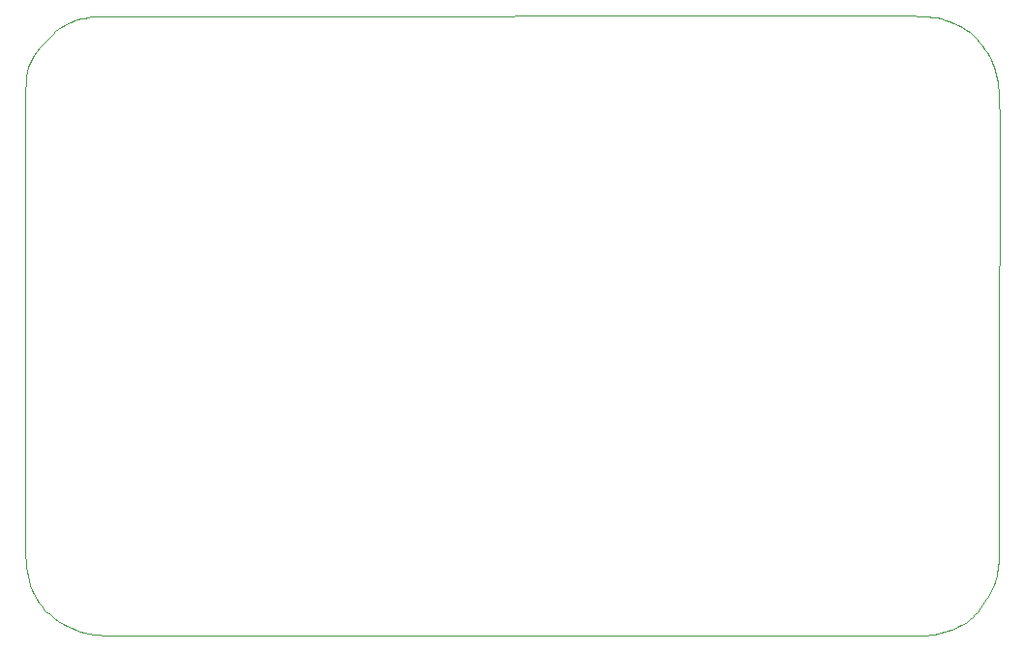
<source format=gbr>
%TF.GenerationSoftware,KiCad,Pcbnew,9.0.2*%
%TF.CreationDate,2025-06-28T19:08:21-05:00*%
%TF.ProjectId,pioneer,70696f6e-6565-4722-9e6b-696361645f70,rev?*%
%TF.SameCoordinates,Original*%
%TF.FileFunction,Profile,NP*%
%FSLAX46Y46*%
G04 Gerber Fmt 4.6, Leading zero omitted, Abs format (unit mm)*
G04 Created by KiCad (PCBNEW 9.0.2) date 2025-06-28 19:08:21*
%MOMM*%
%LPD*%
G01*
G04 APERTURE LIST*
%TA.AperFunction,Profile*%
%ADD10C,0.100000*%
%TD*%
G04 APERTURE END LIST*
D10*
X108892218Y-91826466D02*
X109333530Y-91826387D01*
X109774842Y-91824698D01*
X110614039Y-91830499D01*
X111024835Y-91843947D01*
X111429780Y-91866904D01*
X111828885Y-91901229D01*
X112222164Y-91948781D01*
X112609629Y-92011419D01*
X112991292Y-92091001D01*
X113367166Y-92189385D01*
X113737263Y-92308432D01*
X114101597Y-92449998D01*
X114460178Y-92615943D01*
X114813021Y-92808126D01*
X115160138Y-93028404D01*
X115501540Y-93278638D01*
X115837241Y-93560684D01*
X116110108Y-93852229D01*
X116362039Y-94144268D01*
X116593643Y-94437679D01*
X116805531Y-94733342D01*
X116998315Y-95032133D01*
X117172604Y-95334931D01*
X117329010Y-95642614D01*
X117468142Y-95956060D01*
X117590612Y-96276147D01*
X117697031Y-96603752D01*
X117788008Y-96939754D01*
X117864155Y-97285032D01*
X117926081Y-97640462D01*
X117974399Y-98006922D01*
X118009718Y-98385292D01*
X118032649Y-98776448D01*
X118051923Y-99220012D01*
X118092352Y-100581761D01*
X118110948Y-101943545D01*
X118112283Y-104667899D01*
X118110822Y-105842518D01*
X118103238Y-109328410D01*
X118099202Y-110977599D01*
X118084086Y-116467909D01*
X118079511Y-117883065D01*
X118078363Y-118238245D01*
X118066395Y-123952529D01*
X118052079Y-129841047D01*
X118044938Y-133138782D01*
X118035658Y-136234869D01*
X118034141Y-136801808D01*
X118034223Y-137368751D01*
X118032793Y-138144271D01*
X118027900Y-138919778D01*
X118031135Y-139369495D01*
X118020525Y-139673654D01*
X117996848Y-139970739D01*
X117960366Y-140261185D01*
X117911342Y-140545426D01*
X117850039Y-140823897D01*
X117776721Y-141097032D01*
X117691650Y-141365265D01*
X117595088Y-141629030D01*
X117487299Y-141888762D01*
X117368546Y-142144895D01*
X117239090Y-142397863D01*
X117099197Y-142648101D01*
X116949127Y-142896042D01*
X116789144Y-143142122D01*
X116619511Y-143386773D01*
X116440491Y-143630432D01*
X116159484Y-144012178D01*
X115943826Y-144245776D01*
X115716854Y-144462287D01*
X115479306Y-144662326D01*
X115231922Y-144846506D01*
X114975442Y-145015443D01*
X114710605Y-145169750D01*
X114438150Y-145310044D01*
X114158817Y-145436937D01*
X113873346Y-145551045D01*
X113582477Y-145652982D01*
X113286948Y-145743363D01*
X112987500Y-145822803D01*
X112684871Y-145891915D01*
X112379802Y-145951314D01*
X112073033Y-146001616D01*
X111765302Y-146043434D01*
X111447911Y-146052423D01*
X111131255Y-146058829D01*
X110814623Y-146062493D01*
X110497300Y-146063255D01*
X110120750Y-146064195D01*
X108871675Y-146064612D01*
X107967047Y-146065969D01*
X105481064Y-146067565D01*
X102800000Y-146070000D01*
X96632417Y-146073727D01*
X93583940Y-146075188D01*
X83146333Y-146079263D01*
X82491428Y-146079363D01*
X81834957Y-146079459D01*
X80517993Y-146079663D01*
X80188166Y-146079711D01*
X69598100Y-146086173D01*
X58398371Y-146092136D01*
X57168841Y-146092231D01*
X56863045Y-146092253D01*
X52294413Y-146095875D01*
X47097823Y-146097728D01*
X44446366Y-146099398D01*
X42018653Y-146099307D01*
X41579773Y-146099447D01*
X41140895Y-146100794D01*
X40664600Y-146097952D01*
X40202685Y-146084352D01*
X39754125Y-146058483D01*
X39317898Y-146018833D01*
X38892979Y-145963890D01*
X38478345Y-145892144D01*
X38072972Y-145802082D01*
X37675836Y-145692193D01*
X37285913Y-145560965D01*
X36902180Y-145406888D01*
X36523613Y-145228448D01*
X36149188Y-145024135D01*
X35777881Y-144792437D01*
X35408668Y-144531843D01*
X35040527Y-144240841D01*
X34672432Y-143917919D01*
X34512566Y-143743671D01*
X34362417Y-143566922D01*
X34221682Y-143387728D01*
X34090058Y-143206143D01*
X33967241Y-143022222D01*
X33852927Y-142836021D01*
X33648592Y-142456993D01*
X33474624Y-142069501D01*
X33328592Y-141673981D01*
X33208068Y-141270874D01*
X33110620Y-140860619D01*
X33033820Y-140443653D01*
X32975236Y-140020417D01*
X32932439Y-139591348D01*
X32902998Y-139156887D01*
X32884485Y-138717472D01*
X32874468Y-138273541D01*
X32870205Y-137373891D01*
X32869170Y-136869909D01*
X32868463Y-135210929D01*
X32866928Y-134016222D01*
X32865177Y-131115606D01*
X32864318Y-128756311D01*
X32862406Y-122055582D01*
X32862425Y-121691411D01*
X32862443Y-121326796D01*
X32858935Y-115476762D01*
X32855858Y-109458533D01*
X32853871Y-106084330D01*
X32853193Y-103211934D01*
X32852386Y-101748746D01*
X32852882Y-99803469D01*
X32862492Y-99006892D01*
X32883094Y-98311365D01*
X32918251Y-97704641D01*
X32971526Y-97174478D01*
X33046481Y-96708629D01*
X33146678Y-96294852D01*
X33275681Y-95920901D01*
X33437051Y-95574531D01*
X33634353Y-95243499D01*
X33871149Y-94915560D01*
X34151000Y-94578469D01*
X34477471Y-94219983D01*
X35284519Y-93389843D01*
X35529017Y-93170609D01*
X35781693Y-92971951D01*
X36042112Y-92792997D01*
X36309839Y-92632875D01*
X36584441Y-92490714D01*
X36865483Y-92365640D01*
X37152530Y-92256783D01*
X37445148Y-92163270D01*
X37742902Y-92084230D01*
X38045359Y-92018791D01*
X38352084Y-91966081D01*
X38662643Y-91925228D01*
X38976600Y-91895359D01*
X39293522Y-91875605D01*
X39612974Y-91865092D01*
X39934522Y-91862948D01*
X40314801Y-91861346D01*
X41571009Y-91861416D01*
X42482909Y-91859345D01*
X44984860Y-91857896D01*
X47684748Y-91854862D01*
X52972814Y-91851360D01*
X57271426Y-91849640D01*
X58509673Y-91848834D01*
X58820631Y-91848632D01*
X67477508Y-91845719D01*
X67807052Y-91845733D01*
X69460553Y-91845819D01*
X69792250Y-91845837D01*
X70456314Y-91845875D01*
X80786959Y-91839670D01*
X92398831Y-91832721D01*
X93637652Y-91832768D01*
X93945748Y-91832778D01*
X98848365Y-91828264D01*
X103777839Y-91827392D01*
X106446879Y-91825777D01*
X107669548Y-91824246D01*
X108892218Y-91826466D01*
M02*

</source>
